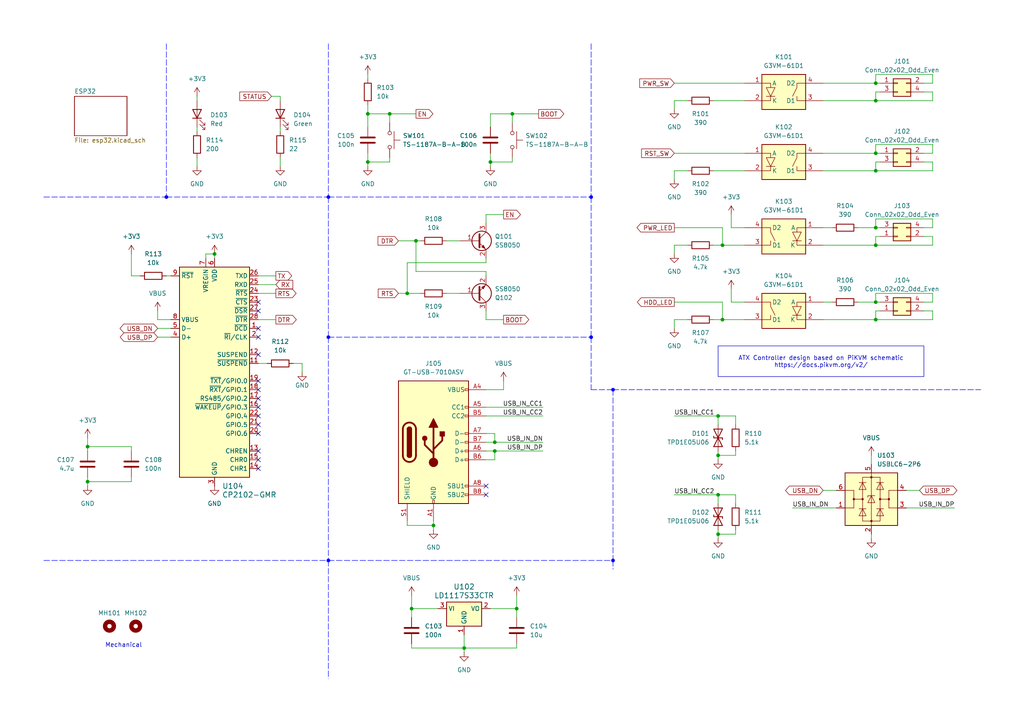
<source format=kicad_sch>
(kicad_sch (version 20230121) (generator eeschema)
  (paper "A4")
  (title_block (title "ESP32 ATX Power Controller") (date "2024-02-05") (rev "1.0.1"))
  (lib_symbols
    (symbol "Connector:USB_C_Receptacle_USB2.0" (pin_names (offset 1.016))
      (property "Reference" "J" (at -10.16 19.05 0))
      (property "Value" "USB_C_Receptacle_USB2.0" (at 19.05 19.05 0))
      (symbol "USB_C_Receptacle_USB2.0_1_1"
        (pin passive line (at 0 -22.86 90) (length 5.08) (name "GND") (number "A1"))
        (pin passive line (at 0 -22.86 90) (length 5.08) hide (name "GND") (number "A12"))
        (pin passive line (at 15.24 15.24 180) (length 5.08) (name "VBUS") (number "A4"))
        (pin bidirectional line (at 15.24 10.16 180) (length 5.08) (name "CC1") (number "A5"))
        (pin bidirectional line (at 15.24 -2.54 180) (length 5.08) (name "D+") (number "A6"))
        (pin bidirectional line (at 15.24 2.54 180) (length 5.08) (name "D-") (number "A7"))
        (pin bidirectional line (at 15.24 -12.7 180) (length 5.08) (name "SBU1") (number "A8"))
        (pin passive line (at 15.24 15.24 180) (length 5.08) hide (name "VBUS") (number "A9"))
        (pin passive line (at 0 -22.86 90) (length 5.08) hide (name "GND") (number "B1"))
        (pin passive line (at 0 -22.86 90) (length 5.08) hide (name "GND") (number "B12"))
        (pin passive line (at 15.24 15.24 180) (length 5.08) hide (name "VBUS") (number "B4"))
        (pin bidirectional line (at 15.24 7.62 180) (length 5.08) (name "CC2") (number "B5"))
        (pin bidirectional line (at 15.24 -5.08 180) (length 5.08) (name "D+") (number "B6"))
        (pin bidirectional line (at 15.24 0 180) (length 5.08) (name "D-") (number "B7"))
        (pin bidirectional line (at 15.24 -15.24 180) (length 5.08) (name "SBU2") (number "B8"))
        (pin passive line (at 15.24 15.24 180) (length 5.08) hide (name "VBUS") (number "B9"))
        (pin passive line (at -7.62 -22.86 90) (length 5.08) (name "SHIELD") (number "S1"))
      )
    )
    (symbol "Connector_Generic:Conn_02x02_Odd_Even" (pin_names (offset 1.016) hide)
      (property "Reference" "J" (at 1.27 2.54 0))
      (property "Value" "Conn_02x02_Odd_Even" (at 1.27 -5.08 0))
      (symbol "Conn_02x02_Odd_Even_1_1"
        (pin passive line (at -5.08 0 0) (length 3.81) (name "Pin_1") (number "1"))
        (pin passive line (at 7.62 0 180) (length 3.81) (name "Pin_2") (number "2"))
        (pin passive line (at -5.08 -2.54 0) (length 3.81) (name "Pin_3") (number "3"))
        (pin passive line (at 7.62 -2.54 180) (length 3.81) (name "Pin_4") (number "4"))
      )
    )
    (symbol "Device:C" (pin_numbers hide) (pin_names (offset 0.254))
      (property "Reference" "C" (at 0.635 2.54 0))
      (property "Value" "C" (at 0.635 -2.54 0))
      (symbol "C_1_1"
        (pin passive line (at 0 3.81 270) (length 2.794) (name "~") (number "1"))
        (pin passive line (at 0 -3.81 90) (length 2.794) (name "~") (number "2"))
      )
    )
    (symbol "Device:D_TVS" (pin_numbers hide) (pin_names (offset 1.016) hide)
      (property "Reference" "D" (at 0 2.54 0))
      (property "Value" "D_TVS" (at 0 -2.54 0))
      (symbol "D_TVS_1_1"
        (pin passive line (at -3.81 0 0) (length 2.54) (name "A1") (number "1"))
        (pin passive line (at 3.81 0 180) (length 2.54) (name "A2") (number "2"))
      )
    )
    (symbol "Device:LED" (pin_numbers hide) (pin_names (offset 1.016) hide)
      (property "Reference" "D" (at 0 2.54 0))
      (property "Value" "LED" (at 0 -2.54 0))
      (symbol "LED_1_1"
        (pin passive line (at -3.81 0 0) (length 2.54) (name "K") (number "1"))
        (pin passive line (at 3.81 0 180) (length 2.54) (name "A") (number "2"))
      )
    )
    (symbol "Device:Q_NPN_BEC" (pin_names (offset 0) hide)
      (property "Reference" "Q" (at 5.08 1.27 0))
      (property "Value" "Q_NPN_BEC" (at 5.08 -1.27 0))
      (symbol "Q_NPN_BEC_1_1"
        (pin input line (at -5.08 0 0) (length 5.715) (name "B") (number "1"))
        (pin passive line (at 2.54 -5.08 90) (length 2.54) (name "E") (number "2"))
        (pin passive line (at 2.54 5.08 270) (length 2.54) (name "C") (number "3"))
      )
    )
    (symbol "Device:R" (pin_numbers hide) (pin_names (offset 0))
      (property "Reference" "R" (at 2.032 0 90))
      (property "Value" "R" (at 0 0 90))
      (symbol "R_1_1"
        (pin passive line (at 0 3.81 270) (length 1.27) (name "~") (number "1"))
        (pin passive line (at 0 -3.81 90) (length 1.27) (name "~") (number "2"))
      )
    )
    (symbol "G3VM-61D1:G3VM-61D1"
      (property "Reference" "K" (at 0 -6.35 0))
      (property "Value" "G3VM-61D1" (at 0 -8.89 0))
      (symbol "G3VM-61D1_1_1"
        (pin passive line (at -5.08 2.54 0) (length 7.54) (name "A") (number "1"))
        (pin passive line (at -5.08 -2.54 0) (length 7.54) (name "K") (number "2"))
        (pin passive line (at 17.78 -2.54 180) (length 7.54) (name "D1") (number "3"))
        (pin passive line (at 17.78 2.54 180) (length 7.54) (name "D2") (number "4"))
      )
    )
    (symbol "Interface_USB:CP2102N-Axx-xQFN28"
      (property "Reference" "U" (at -8.89 31.75 0))
      (property "Value" "CP2102N-Axx-xQFN28" (at 12.7 31.75 0))
      (symbol "CP2102N-Axx-xQFN28_1_1"
        (pin input line (at 12.7 12.7 180) (length 2.54) (name "~{DCD}") (number "1"))
        (pin no_connect line (at -10.16 -27.94 0) (length 2.54) hide (name "NC") (number "10"))
        (pin output line (at 12.7 2.54 180) (length 2.54) (name "~{SUSPEND}") (number "11"))
        (pin output line (at 12.7 5.08 180) (length 2.54) (name "SUSPEND") (number "12"))
        (pin output line (at 12.7 -22.86 180) (length 2.54) (name "CHREN") (number "13"))
        (pin output line (at 12.7 -27.94 180) (length 2.54) (name "CHR1") (number "14"))
        (pin output line (at 12.7 -25.4 180) (length 2.54) (name "CHR0") (number "15"))
        (pin bidirectional line (at 12.7 -10.16 180) (length 2.54) (name "~{WAKEUP}/GPIO.3") (number "16"))
        (pin bidirectional line (at 12.7 -7.62 180) (length 2.54) (name "RS485/GPIO.2") (number "17"))
        (pin bidirectional line (at 12.7 -5.08 180) (length 2.54) (name "~{RXT}/GPIO.1") (number "18"))
        (pin bidirectional line (at 12.7 -2.54 180) (length 2.54) (name "~{TXT}/GPIO.0") (number "19"))
        (pin bidirectional line (at 12.7 10.16 180) (length 2.54) (name "~{RI}/CLK") (number "2"))
        (pin bidirectional line (at 12.7 -17.78 180) (length 2.54) (name "GPIO.6") (number "20"))
        (pin bidirectional line (at 12.7 -15.24 180) (length 2.54) (name "GPIO.5") (number "21"))
        (pin bidirectional line (at 12.7 -12.7 180) (length 2.54) (name "GPIO.4") (number "22"))
        (pin input line (at 12.7 20.32 180) (length 2.54) (name "~{CTS}") (number "23"))
        (pin output line (at 12.7 22.86 180) (length 2.54) (name "~{RTS}") (number "24"))
        (pin input line (at 12.7 25.4 180) (length 2.54) (name "RXD") (number "25"))
        (pin output line (at 12.7 27.94 180) (length 2.54) (name "TXD") (number "26"))
        (pin input line (at 12.7 17.78 180) (length 2.54) (name "~{DSR}") (number "27"))
        (pin output line (at 12.7 15.24 180) (length 2.54) (name "~{DTR}") (number "28"))
        (pin passive line (at 0 -33.02 90) (length 2.54) hide (name "GND") (number "29"))
        (pin power_in line (at 0 -33.02 90) (length 2.54) (name "GND") (number "3"))
        (pin bidirectional line (at -12.7 10.16 0) (length 2.54) (name "D+") (number "4"))
        (pin bidirectional line (at -12.7 12.7 0) (length 2.54) (name "D-") (number "5"))
        (pin power_in line (at 0 33.02 270) (length 2.54) (name "VDD") (number "6"))
        (pin power_in line (at -2.54 33.02 270) (length 2.54) (name "VREGIN") (number "7"))
        (pin input line (at -12.7 15.24 0) (length 2.54) (name "VBUS") (number "8"))
        (pin input line (at -12.7 27.94 0) (length 2.54) (name "~{RST}") (number "9"))
      )
    )
    (symbol "Mechanical:MountingHole" (pin_names (offset 1.016))
      (property "Reference" "H" (at 0 5.08 0))
      (property "Value" "MountingHole" (at 0 3.175 0))
    )
    (symbol "Power_Protection:USBLC6-2P6" (pin_names hide)
      (property "Reference" "U" (at 2.54 8.89 0))
      (property "Value" "USBLC6-2P6" (at 2.54 -8.89 0))
      (symbol "USBLC6-2P6_1_1"
        (pin passive line (at -10.16 -2.54 0) (length 2.54) (name "I/O1") (number "1"))
        (pin passive line (at 0 -10.16 90) (length 2.54) (name "GND") (number "2"))
        (pin passive line (at 10.16 -2.54 180) (length 2.54) (name "I/O2") (number "3"))
        (pin passive line (at 10.16 2.54 180) (length 2.54) (name "I/O2") (number "4"))
        (pin passive line (at 0 10.16 270) (length 2.54) (name "VBUS") (number "5"))
        (pin passive line (at -10.16 2.54 0) (length 2.54) (name "I/O1") (number "6"))
      )
    )
    (symbol "Regulator_Linear:LD1117S33TR_SOT223"
      (property "Reference" "U" (at -3.81 3.175 0))
      (property "Value" "LD1117S33TR_SOT223" (at 0 3.175 0))
      (symbol "LD1117S33TR_SOT223_1_1"
        (pin power_in line (at 0 -7.62 90) (length 2.54) (name "GND") (number "1"))
        (pin power_out line (at 7.62 0 180) (length 2.54) (name "VO") (number "2"))
        (pin power_in line (at -7.62 0 0) (length 2.54) (name "VI") (number "3"))
      )
    )
    (symbol "Switch:SW_Push" (pin_numbers hide) (pin_names (offset 1.016) hide)
      (property "Reference" "SW" (at 1.27 2.54 0))
      (property "Value" "SW_Push" (at 0 -1.524 0))
      (symbol "SW_Push_0_1"
        (pin passive line (at -5.08 0 0) (length 2.54) (name "1") (number "1"))
        (pin passive line (at 5.08 0 180) (length 2.54) (name "2") (number "2"))
      )
    )
    (symbol "power:+3V3" (power) (pin_names (offset 0))
      (property "Value" "+3V3" (at 0 3.556 0))
      (symbol "+3V3_1_1"
        (pin power_in line (at 0 0 90) (length 0) hide (name "+3V3") (number "1"))
      )
    )
    (symbol "power:GND" (power) (pin_names (offset 0))
      (property "Value" "GND" (at 0 -3.81 0))
      (symbol "GND_1_1"
        (pin power_in line (at 0 0 270) (length 0) hide (name "GND") (number "1"))
      )
    )
    (symbol "power:VBUS" (power) (pin_names (offset 0))
      (property "Value" "VBUS" (at 0 3.81 0))
      (symbol "VBUS_1_1"
        (pin power_in line (at 0 0 90) (length 0) hide (name "VBUS") (number "1"))
      )
    )
  )
  (junction (at 208.28 143.51))
  (junction (at 254 71.12))
  (junction (at 209.55 92.71))
  (junction (at 142.24 46.99))
  (junction (at 177.8 113.03) (color 0 0 255 1))
  (junction (at 254 92.71))
  (junction (at 125.73 152.4))
  (junction (at 171.45 97.79) (color 0 0 255 1))
  (junction (at 254 66.04))
  (junction (at 95.25 57.15) (color 0 0 255 1))
  (junction (at 208.28 154.94))
  (junction (at 25.4 129.54))
  (junction (at 143.51 130.81))
  (junction (at 25.4 139.7))
  (junction (at 48.26 57.15) (color 0 0 255 1))
  (junction (at 113.03 33.02))
  (junction (at 95.25 162.56) (color 0 0 255 1))
  (junction (at 95.25 97.79) (color 0 0 255 1))
  (junction (at 148.59 33.02))
  (junction (at 118.11 85.09))
  (junction (at 62.23 73.66))
  (junction (at 149.86 176.53))
  (junction (at 254 24.13))
  (junction (at 208.28 132.08))
  (junction (at 254 44.45))
  (junction (at 254 29.21))
  (junction (at 177.8 162.56) (color 0 0 255 1))
  (junction (at 119.38 176.53))
  (junction (at 120.65 69.85))
  (junction (at 209.55 71.12))
  (junction (at 208.28 120.65))
  (junction (at 171.45 57.15) (color 0 0 255 1))
  (junction (at 143.51 128.27))
  (junction (at 254 49.53))
  (junction (at 106.68 33.02))
  (junction (at 254 87.63))
  (junction (at 106.68 46.99))
  (junction (at 134.62 187.96))
  (no_connect (at 140.97 143.51))
  (no_connect (at 74.93 135.89))
  (no_connect (at 74.93 118.11))
  (no_connect (at 74.93 90.17))
  (no_connect (at 74.93 123.19))
  (no_connect (at 74.93 95.25))
  (no_connect (at 74.93 113.03))
  (no_connect (at 74.93 102.87))
  (no_connect (at 74.93 87.63))
  (no_connect (at 74.93 133.35))
  (no_connect (at 74.93 97.79))
  (no_connect (at 74.93 110.49))
  (no_connect (at 74.93 130.81))
  (no_connect (at 74.93 120.65))
  (no_connect (at 74.93 115.57))
  (no_connect (at 140.97 140.97))
  (no_connect (at 74.93 125.73))
  (wire (pts (xy 254 71.12) (xy 254 68.58)))
  (wire (pts (xy 195.58 92.71) (xy 199.39 92.71)))
  (wire (pts (xy 38.1 80.01) (xy 40.64 80.01)))
  (wire (pts (xy 195.58 87.63) (xy 209.55 87.63)))
  (wire (pts (xy 177.8 113.03) (xy 177.8 162.56)) (stroke (width 0) (type dash) (color 0 0 255 1)))
  (wire (pts (xy 171.45 57.15) (xy 171.45 97.79)) (stroke (width 0) (type dash) (color 0 0 255 1)))
  (wire (pts (xy 143.51 128.27) (xy 157.48 128.27)))
  (wire (pts (xy 171.45 97.79) (xy 171.45 113.03)) (stroke (width 0) (type dash) (color 0 0 255 1)))
  (wire (pts (xy 171.45 113.03) (xy 177.8 113.03)) (stroke (width 0) (type dash) (color 0 0 255 1)))
  (wire (pts (xy 12.7 57.15) (xy 48.26 57.15)) (stroke (width 0) (type dash) (color 0 0 255 1)))
  (wire (pts (xy 213.36 132.08) (xy 208.28 132.08)))
  (wire (pts (xy 119.38 176.53) (xy 127 176.53)))
  (wire (pts (xy 74.93 82.55) (xy 80.01 82.55)))
  (wire (pts (xy 270.51 41.91) (xy 254 41.91)))
  (wire (pts (xy 95.25 12.7) (xy 95.25 57.15)) (stroke (width 0) (type dash) (color 0 0 255 1)))
  (wire (pts (xy 57.15 45.72) (xy 57.15 48.26)))
  (wire (pts (xy 119.38 176.53) (xy 119.38 179.07)))
  (wire (pts (xy 74.93 105.41) (xy 77.47 105.41)))
  (wire (pts (xy 140.97 125.73) (xy 143.51 125.73)))
  (wire (pts (xy 267.97 68.58) (xy 270.51 68.58)))
  (wire (pts (xy 270.51 66.04) (xy 267.97 66.04)))
  (wire (pts (xy 106.68 46.99) (xy 106.68 48.26)))
  (wire (pts (xy 248.92 66.04) (xy 254 66.04)))
  (wire (pts (xy 25.4 139.7) (xy 25.4 140.97)))
  (wire (pts (xy 270.51 26.67) (xy 270.51 29.21)))
  (wire (pts (xy 57.15 36.83) (xy 57.15 38.1)))
  (wire (pts (xy 254 92.71) (xy 254 90.17)))
  (wire (pts (xy 74.93 92.71) (xy 80.01 92.71)))
  (wire (pts (xy 238.76 44.45) (xy 254 44.45)))
  (wire (pts (xy 195.58 49.53) (xy 199.39 49.53)))
  (wire (pts (xy 208.28 153.67) (xy 208.28 154.94)))
  (wire (pts (xy 25.4 127) (xy 25.4 129.54)))
  (wire (pts (xy 59.69 74.93) (xy 59.69 73.66)))
  (wire (pts (xy 38.1 138.43) (xy 38.1 139.7)))
  (wire (pts (xy 195.58 44.45) (xy 215.9 44.45)))
  (wire (pts (xy 81.28 36.83) (xy 81.28 38.1)))
  (wire (pts (xy 195.58 120.65) (xy 208.28 120.65)))
  (wire (pts (xy 270.51 68.58) (xy 270.51 71.12)))
  (wire (pts (xy 78.74 27.94) (xy 81.28 27.94)))
  (wire (pts (xy 238.76 49.53) (xy 254 49.53)))
  (wire (pts (xy 270.51 29.21) (xy 254 29.21)))
  (wire (pts (xy 38.1 73.66) (xy 38.1 80.01)))
  (wire (pts (xy 125.73 151.13) (xy 125.73 152.4)))
  (wire (pts (xy 119.38 187.96) (xy 134.62 187.96)))
  (wire (pts (xy 208.28 120.65) (xy 208.28 123.19)))
  (wire (pts (xy 12.7 162.56) (xy 95.25 162.56)) (stroke (width 0) (type dash) (color 0 0 255 1)))
  (wire (pts (xy 252.73 154.94) (xy 252.73 156.21)))
  (wire (pts (xy 267.97 46.99) (xy 270.51 46.99)))
  (wire (pts (xy 81.28 27.94) (xy 81.28 29.21)))
  (wire (pts (xy 142.24 176.53) (xy 149.86 176.53)))
  (wire (pts (xy 106.68 30.48) (xy 106.68 33.02)))
  (wire (pts (xy 254 41.91) (xy 254 44.45)))
  (wire (pts (xy 212.09 62.23) (xy 212.09 66.04)))
  (wire (pts (xy 195.58 49.53) (xy 195.58 52.07)))
  (wire (pts (xy 254 49.53) (xy 254 46.99)))
  (wire (pts (xy 212.09 83.82) (xy 212.09 87.63)))
  (wire (pts (xy 254 44.45) (xy 255.27 44.45)))
  (wire (pts (xy 140.97 133.35) (xy 143.51 133.35)))
  (wire (pts (xy 270.51 24.13) (xy 270.51 21.59)))
  (wire (pts (xy 270.51 87.63) (xy 270.51 85.09)))
  (wire (pts (xy 106.68 21.59) (xy 106.68 22.86)))
  (wire (pts (xy 118.11 151.13) (xy 118.11 152.4)))
  (wire (pts (xy 213.36 120.65) (xy 213.36 123.19)))
  (wire (pts (xy 25.4 129.54) (xy 38.1 129.54)))
  (wire (pts (xy 270.51 66.04) (xy 270.51 63.5)))
  (wire (pts (xy 254 66.04) (xy 255.27 66.04)))
  (wire (pts (xy 267.97 26.67) (xy 270.51 26.67)))
  (wire (pts (xy 213.36 153.67) (xy 213.36 154.94)))
  (wire (pts (xy 140.97 113.03) (xy 146.05 113.03)))
  (wire (pts (xy 113.03 33.02) (xy 113.03 35.56)))
  (wire (pts (xy 254 90.17) (xy 255.27 90.17)))
  (wire (pts (xy 238.76 66.04) (xy 241.3 66.04)))
  (wire (pts (xy 142.24 33.02) (xy 142.24 36.83)))
  (wire (pts (xy 148.59 45.72) (xy 148.59 46.99)))
  (wire (pts (xy 171.45 12.7) (xy 171.45 57.15)) (stroke (width 0) (type dash) (color 0 0 255 1)))
  (wire (pts (xy 207.01 71.12) (xy 209.55 71.12)))
  (wire (pts (xy 115.57 85.09) (xy 118.11 85.09)))
  (wire (pts (xy 213.36 143.51) (xy 213.36 146.05)))
  (wire (pts (xy 212.09 66.04) (xy 215.9 66.04)))
  (wire (pts (xy 254 21.59) (xy 254 24.13)))
  (wire (pts (xy 195.58 29.21) (xy 199.39 29.21)))
  (wire (pts (xy 195.58 71.12) (xy 195.58 73.66)))
  (wire (pts (xy 209.55 71.12) (xy 215.9 71.12)))
  (wire (pts (xy 140.97 76.2) (xy 118.11 76.2)))
  (wire (pts (xy 270.51 92.71) (xy 254 92.71)))
  (wire (pts (xy 113.03 33.02) (xy 120.65 33.02)))
  (wire (pts (xy 118.11 152.4) (xy 125.73 152.4)))
  (wire (pts (xy 270.51 90.17) (xy 270.51 92.71)))
  (wire (pts (xy 106.68 44.45) (xy 106.68 46.99)))
  (wire (pts (xy 270.51 46.99) (xy 270.51 49.53)))
  (wire (pts (xy 149.86 172.72) (xy 149.86 176.53)))
  (wire (pts (xy 270.51 87.63) (xy 267.97 87.63)))
  (wire (pts (xy 118.11 76.2) (xy 118.11 85.09)))
  (wire (pts (xy 140.97 128.27) (xy 143.51 128.27)))
  (wire (pts (xy 48.26 80.01) (xy 49.53 80.01)))
  (wire (pts (xy 209.55 92.71) (xy 215.9 92.71)))
  (wire (pts (xy 95.25 162.56) (xy 95.25 196.85)) (stroke (width 0) (type dash) (color 0 0 255 1)))
  (wire (pts (xy 38.1 129.54) (xy 38.1 130.81)))
  (wire (pts (xy 270.51 21.59) (xy 254 21.59)))
  (wire (pts (xy 74.93 85.09) (xy 80.01 85.09)))
  (wire (pts (xy 262.89 147.32) (xy 276.86 147.32)))
  (wire (pts (xy 270.51 49.53) (xy 254 49.53)))
  (wire (pts (xy 254 85.09) (xy 254 87.63)))
  (wire (pts (xy 208.28 154.94) (xy 208.28 156.21)))
  (wire (pts (xy 148.59 33.02) (xy 156.21 33.02)))
  (wire (pts (xy 195.58 95.25) (xy 195.58 92.71)))
  (wire (pts (xy 45.72 92.71) (xy 49.53 92.71)))
  (wire (pts (xy 270.51 85.09) (xy 254 85.09)))
  (wire (pts (xy 238.76 24.13) (xy 254 24.13)))
  (wire (pts (xy 120.65 69.85) (xy 121.92 69.85)))
  (wire (pts (xy 142.24 46.99) (xy 142.24 48.26)))
  (wire (pts (xy 106.68 33.02) (xy 113.03 33.02)))
  (wire (pts (xy 134.62 187.96) (xy 149.86 187.96)))
  (wire (pts (xy 142.24 44.45) (xy 142.24 46.99)))
  (wire (pts (xy 209.55 87.63) (xy 209.55 92.71)))
  (wire (pts (xy 195.58 29.21) (xy 195.58 31.75)))
  (wire (pts (xy 140.97 120.65) (xy 157.48 120.65)))
  (wire (pts (xy 238.76 92.71) (xy 254 92.71)))
  (wire (pts (xy 213.36 154.94) (xy 208.28 154.94)))
  (wire (pts (xy 215.9 87.63) (xy 212.09 87.63)))
  (wire (pts (xy 125.73 152.4) (xy 125.73 153.67)))
  (wire (pts (xy 118.11 85.09) (xy 121.92 85.09)))
  (wire (pts (xy 254 63.5) (xy 254 66.04)))
  (wire (pts (xy 74.93 80.01) (xy 80.01 80.01)))
  (wire (pts (xy 208.28 143.51) (xy 213.36 143.51)))
  (wire (pts (xy 267.97 24.13) (xy 270.51 24.13)))
  (wire (pts (xy 106.68 33.02) (xy 106.68 36.83)))
  (wire (pts (xy 146.05 113.03) (xy 146.05 110.49)))
  (wire (pts (xy 148.59 33.02) (xy 148.59 35.56)))
  (wire (pts (xy 143.51 130.81) (xy 143.51 133.35)))
  (wire (pts (xy 59.69 73.66) (xy 62.23 73.66)))
  (wire (pts (xy 149.86 176.53) (xy 149.86 179.07)))
  (wire (pts (xy 48.26 12.7) (xy 48.26 57.15)) (stroke (width 0) (type dash) (color 0 0 255 1)))
  (wire (pts (xy 134.62 184.15) (xy 134.62 187.96)))
  (wire (pts (xy 213.36 130.81) (xy 213.36 132.08)))
  (wire (pts (xy 25.4 138.43) (xy 25.4 139.7)))
  (wire (pts (xy 129.54 69.85) (xy 133.35 69.85)))
  (wire (pts (xy 267.97 44.45) (xy 270.51 44.45)))
  (wire (pts (xy 140.97 64.77) (xy 140.97 62.23)))
  (wire (pts (xy 48.26 57.15) (xy 95.25 57.15)) (stroke (width 0) (type dash) (color 0 0 255 1)))
  (wire (pts (xy 254 24.13) (xy 255.27 24.13)))
  (wire (pts (xy 254 68.58) (xy 255.27 68.58)))
  (wire (pts (xy 238.76 29.21) (xy 254 29.21)))
  (wire (pts (xy 195.58 143.51) (xy 208.28 143.51)))
  (wire (pts (xy 142.24 33.02) (xy 148.59 33.02)))
  (wire (pts (xy 238.76 87.63) (xy 241.3 87.63)))
  (wire (pts (xy 254 26.67) (xy 255.27 26.67)))
  (wire (pts (xy 254 29.21) (xy 254 26.67)))
  (wire (pts (xy 119.38 172.72) (xy 119.38 176.53)))
  (wire (pts (xy 113.03 45.72) (xy 113.03 46.99)))
  (wire (pts (xy 134.62 187.96) (xy 134.62 189.23)))
  (wire (pts (xy 177.8 113.03) (xy 284.48 113.03)) (stroke (width 0) (type dash) (color 0 0 255 1)))
  (wire (pts (xy 119.38 186.69) (xy 119.38 187.96)))
  (wire (pts (xy 81.28 45.72) (xy 81.28 48.26)))
  (wire (pts (xy 87.63 107.95) (xy 87.63 105.41)))
  (wire (pts (xy 140.97 78.74) (xy 120.65 78.74)))
  (wire (pts (xy 95.25 57.15) (xy 171.45 57.15)) (stroke (width 0) (type dash) (color 0 0 255 1)))
  (wire (pts (xy 140.97 118.11) (xy 157.48 118.11)))
  (wire (pts (xy 143.51 130.81) (xy 157.48 130.81)))
  (wire (pts (xy 45.72 95.25) (xy 49.53 95.25)))
  (wire (pts (xy 195.58 24.13) (xy 215.9 24.13)))
  (wire (pts (xy 238.76 71.12) (xy 254 71.12)))
  (wire (pts (xy 140.97 80.01) (xy 140.97 78.74)))
  (wire (pts (xy 25.4 139.7) (xy 38.1 139.7)))
  (wire (pts (xy 25.4 129.54) (xy 25.4 130.81)))
  (wire (pts (xy 208.28 132.08) (xy 208.28 133.35)))
  (wire (pts (xy 45.72 97.79) (xy 49.53 97.79)))
  (wire (pts (xy 229.87 147.32) (xy 242.57 147.32)))
  (wire (pts (xy 62.23 73.66) (xy 62.23 74.93)))
  (wire (pts (xy 270.51 44.45) (xy 270.51 41.91)))
  (wire (pts (xy 143.51 125.73) (xy 143.51 128.27)))
  (wire (pts (xy 140.97 130.81) (xy 143.51 130.81)))
  (wire (pts (xy 270.51 71.12) (xy 254 71.12)))
  (wire (pts (xy 267.97 90.17) (xy 270.51 90.17)))
  (wire (pts (xy 95.25 97.79) (xy 95.25 162.56)) (stroke (width 0) (type dash) (color 0 0 255 1)))
  (wire (pts (xy 254 87.63) (xy 255.27 87.63)))
  (wire (pts (xy 209.55 66.04) (xy 209.55 71.12)))
  (wire (pts (xy 208.28 143.51) (xy 208.28 146.05)))
  (wire (pts (xy 254 46.99) (xy 255.27 46.99)))
  (wire (pts (xy 87.63 105.41) (xy 85.09 105.41)))
  (wire (pts (xy 57.15 27.94) (xy 57.15 29.21)))
  (wire (pts (xy 106.68 46.99) (xy 113.03 46.99)))
  (wire (pts (xy 140.97 74.93) (xy 140.97 76.2)))
  (wire (pts (xy 129.54 85.09) (xy 133.35 85.09)))
  (wire (pts (xy 142.24 46.99) (xy 148.59 46.99)))
  (wire (pts (xy 140.97 62.23) (xy 146.05 62.23)))
  (wire (pts (xy 207.01 49.53) (xy 215.9 49.53)))
  (wire (pts (xy 248.92 87.63) (xy 254 87.63)))
  (wire (pts (xy 140.97 92.71) (xy 140.97 90.17)))
  (wire (pts (xy 149.86 186.69) (xy 149.86 187.96)))
  (wire (pts (xy 207.01 29.21) (xy 215.9 29.21)))
  (wire (pts (xy 115.57 69.85) (xy 120.65 69.85)))
  (wire (pts (xy 95.25 162.56) (xy 177.8 162.56)) (stroke (width 0) (type dash) (color 0 0 255 1)))
  (wire (pts (xy 177.8 162.56) (xy 177.8 165.1)) (stroke (width 0) (type dash) (color 0 0 255 1)))
  (wire (pts (xy 208.28 130.81) (xy 208.28 132.08)))
  (wire (pts (xy 199.39 71.12) (xy 195.58 71.12)))
  (wire (pts (xy 195.58 66.04) (xy 209.55 66.04)))
  (wire (pts (xy 45.72 90.17) (xy 45.72 92.71)))
  (wire (pts (xy 262.89 142.24) (xy 266.7 142.24)))
  (wire (pts (xy 254 63.5) (xy 270.51 63.5)))
  (wire (pts (xy 146.05 92.71) (xy 140.97 92.71)))
  (wire (pts (xy 95.25 57.15) (xy 95.25 97.79)) (stroke (width 0) (type dash) (color 0 0 255 1)))
  (wire (pts (xy 238.76 142.24) (xy 242.57 142.24)))
  (wire (pts (xy 252.73 132.08) (xy 252.73 134.62)))
  (wire (pts (xy 208.28 120.65) (xy 213.36 120.65)))
  (wire (pts (xy 95.25 97.79) (xy 171.45 97.79)) (stroke (width 0) (type dash) (color 0 0 255 1)))
  (wire (pts (xy 207.01 92.71) (xy 209.55 92.71)))
  (wire (pts (xy 120.65 78.74) (xy 120.65 69.85)))
  (text_box "ATX Controller design based on PiKVM schematic\nhttps://docs.pikvm.org/v2/" (at 208.28 100.33 0) (size 59.69 8.89) (effects (font (size 1.27 1.27))))
  (text "Mechanical" (at 30.48 187.96 0) (effects (font (size 1.27 1.27)) (justify left bottom)))
  (label "USB_IN_CC1" (at 195.58 120.65 0))
  (label "USB_IN_DN" (at 157.48 128.27 180))
  (label "USB_IN_CC1" (at 157.48 118.11 180))
  (label "USB_IN_DN" (at 229.87 147.32 0))
  (label "USB_IN_DP" (at 276.86 147.32 180))
  (label "USB_IN_CC2" (at 195.58 143.51 0))
  (label "USB_IN_CC2" (at 157.48 120.65 180))
  (label "USB_IN_DP" (at 157.48 130.81 180))
  (global_label "EN" (shape output) (at 120.65 33.02 0) (property "Intersheetrefs" "${INTERSHEET_REFS}" (effects hide)))
  (global_label "EN" (shape output) (at 146.05 62.23 0) (property "Intersheetrefs" "${INTERSHEET_REFS}" (effects hide)))
  (global_label "BOOT" (shape output) (at 146.05 92.71 0) (property "Intersheetrefs" "${INTERSHEET_REFS}" (effects hide)))
  (global_label "USB_DN" (shape bidirectional) (at 45.72 95.25 180) (property "Intersheetrefs" "${INTERSHEET_REFS}" (effects hide)))
  (global_label "TX" (shape output) (at 80.01 80.01 0) (property "Intersheetrefs" "${INTERSHEET_REFS}" (effects hide)))
  (global_label "PWR_SW" (shape input) (at 195.58 24.13 180) (property "Intersheetrefs" "${INTERSHEET_REFS}" (effects hide)))
  (global_label "STATUS" (shape input) (at 78.74 27.94 180) (property "Intersheetrefs" "${INTERSHEET_REFS}" (effects hide)))
  (global_label "RTS" (shape input) (at 115.57 85.09 180) (property "Intersheetrefs" "${INTERSHEET_REFS}" (effects hide)))
  (global_label "DTR" (shape input) (at 115.57 69.85 180) (property "Intersheetrefs" "${INTERSHEET_REFS}" (effects hide)))
  (global_label "DTR" (shape output) (at 80.01 92.71 0) (property "Intersheetrefs" "${INTERSHEET_REFS}" (effects hide)))
  (global_label "BOOT" (shape output) (at 156.21 33.02 0) (property "Intersheetrefs" "${INTERSHEET_REFS}" (effects hide)))
  (global_label "RX" (shape input) (at 80.01 82.55 0) (property "Intersheetrefs" "${INTERSHEET_REFS}" (effects hide)))
  (global_label "HDD_LED" (shape output) (at 195.58 87.63 180) (property "Intersheetrefs" "${INTERSHEET_REFS}" (effects hide)))
  (global_label "RTS" (shape output) (at 80.01 85.09 0) (property "Intersheetrefs" "${INTERSHEET_REFS}" (effects hide)))
  (global_label "PWR_LED" (shape output) (at 195.58 66.04 180) (property "Intersheetrefs" "${INTERSHEET_REFS}" (effects hide)))
  (global_label "USB_DN" (shape bidirectional) (at 238.76 142.24 180) (property "Intersheetrefs" "${INTERSHEET_REFS}" (effects hide)))
  (global_label "USB_DP" (shape bidirectional) (at 266.7 142.24 0) (property "Intersheetrefs" "${INTERSHEET_REFS}" (effects hide)))
  (global_label "USB_DP" (shape bidirectional) (at 45.72 97.79 180) (property "Intersheetrefs" "${INTERSHEET_REFS}" (effects hide)))
  (global_label "RST_SW" (shape input) (at 195.58 44.45 180) (property "Intersheetrefs" "${INTERSHEET_REFS}" (effects hide)))
  (symbol (lib_id "Connector_Generic:Conn_02x02_Odd_Even") (at 260.35 68.58 0) (mirror x) (unit 1)
    (property "Reference" "J103" (at 261.62 59.69 0))
    (property "Value" "Conn_02x02_Odd_Even" (at 261.62 62.23 0))
    (property "Footprint" "Connector_PinHeader_2.54mm:PinHeader_2x02_P2.54mm_Horizontal" (effects hide))
    (property "Datasheet" "https://datasheet.lcsc.com/lcsc/2201121730_DEALON-DZ254W-22-04-69_C2935934.pdf" (effects hide))
    (property "JLCPCB Part#" "C2935934" (effects hide))
    (property "Manufacturer" "DEALON" (effects hide))
    (property "MFR Part#" "DZ254W-22-04-69" (effects hide))
  )
  (symbol (lib_id "power:GND") (at 208.28 156.21 0) (unit 1)
    (property "Reference" "#PWR0127" (effects hide))
    (property "Value" "GND" (at 208.28 161.29 0))
  )
  (symbol (lib_id "Device:R") (at 81.28 41.91 180) (unit 1)
    (property "Reference" "R115" (at 83.82 40.64 0) (effects (justify right)))
    (property "Value" "22" (at 83.82 43.18 0) (effects (justify right)))
    (property "Footprint" "Resistor_SMD:R_0402_1005Metric" (effects hide))
    (property "Datasheet" "https://datasheet.lcsc.com/lcsc/2205311900_UNI-ROYAL-Uniroyal-Elec-0402WGF220JTCE_C25092.pdf" (effects hide))
    (property "JLCPCB Part#" "C25092" (effects hide))
    (property "Manufacturer" "UNI-ROYAL(Uniroyal Elec)" (effects hide))
    (property "MFR Part#" "0402WGF220JTCE" (effects hide))
  )
  (symbol (lib_id "Device:C") (at 142.24 40.64 0) (unit 1)
    (property "Reference" "C106" (at 138.43 39.37 0) (effects (justify right)))
    (property "Value" "100n" (at 138.43 41.91 0) (effects (justify right)))
    (property "Footprint" "Capacitor_SMD:C_0402_1005Metric" (effects hide))
    (property "Datasheet" "https://datasheet.lcsc.com/lcsc/2304140030_Samsung-Electro-Mechanics-CL05B104KO5NNNC_C1525.pdf" (effects hide))
    (property "JLCPCB Part#" "C1525" (effects hide))
    (property "Manufacturer" "Samsung Electro-Mechanics" (effects hide))
    (property "MFR Part#" "CL05B104KO5NNNC" (effects hide))
  )
  (symbol (lib_id "Device:C") (at 106.68 40.64 0) (unit 1)
    (property "Reference" "C105" (at 102.87 39.37 0) (effects (justify right)))
    (property "Value" "100n" (at 102.87 41.91 0) (effects (justify right)))
    (property "Footprint" "Capacitor_SMD:C_0402_1005Metric" (effects hide))
    (property "Datasheet" "https://datasheet.lcsc.com/lcsc/2304140030_Samsung-Electro-Mechanics-CL05B104KO5NNNC_C1525.pdf" (effects hide))
    (property "JLCPCB Part#" "C1525" (effects hide))
    (property "Manufacturer" "Samsung Electro-Mechanics" (effects hide))
    (property "MFR Part#" "CL05B104KO5NNNC" (effects hide))
  )
  (symbol (lib_id "power:VBUS") (at 252.73 132.08 0) (unit 1)
    (property "Reference" "#PWR0120" (effects hide))
    (property "Value" "VBUS" (at 252.73 127 0))
  )
  (symbol (lib_id "Interface_USB:CP2102N-Axx-xQFN28") (at 62.23 107.95 0) (unit 1)
    (property "Reference" "U104" (at 64.4241 140.97 0) (effects (font (size 1.524 1.524)) (justify left)))
    (property "Value" "CP2102-GMR" (at 64.4241 143.51 0) (effects (font (size 1.524 1.524)) (justify left)))
    (property "Footprint" "Package_DFN_QFN:QFN-28-1EP_5x5mm_P0.5mm_EP3.35x3.35mm" (effects hide))
    (property "Datasheet" "https://www.silabs.com/documents/public/data-sheets/CP2102-9.pdf" (effects hide))
    (property "Manufacturer" "Silicon Labs" (effects hide))
    (property "JLCPCB Part#" "C6568" (effects hide))
    (property "MFR Part#" "CP2102-GMR" (effects hide))
  )
  (symbol (lib_id "Connector:USB_C_Receptacle_USB2.0") (at 125.73 128.27 0) (unit 1)
    (property "Reference" "J105" (at 125.73 105.41 0))
    (property "Value" "GT-USB-7010ASV" (at 125.73 107.95 0))
    (property "Footprint" "Connector_USB:USB_C_Receptacle_G-Switch_GT-USB-7010ASV" (effects hide))
    (property "Datasheet" "https://datasheet.lcsc.com/lcsc/2303271630_G-Switch-GT-USB-7010ASV_C2988369.pdf" (effects hide))
    (property "JLCPCB Part#" "C2988369" (effects hide))
    (property "Manufacturer" "G-Switch" (effects hide))
    (property "MFR Part#" "GT-USB-7010ASV" (effects hide))
  )
  (symbol (lib_id "Device:R") (at 213.36 149.86 180) (unit 1)
    (property "Reference" "R111" (at 215.9 148.59 0) (effects (justify right)))
    (property "Value" "5.1k" (at 215.9 151.13 0) (effects (justify right)))
    (property "Footprint" "Resistor_SMD:R_0402_1005Metric" (effects hide))
    (property "Datasheet" "https://datasheet.lcsc.com/lcsc/2206010045_UNI-ROYAL-Uniroyal-Elec-0402WGF5101TCE_C25905.pdf" (effects hide))
    (property "JLCPCB Part#" "C25905" (effects hide))
    (property "Manufacturer" "UNI-ROYAL(Uniroyal Elec)" (effects hide))
    (property "MFR Part#" "0402WGF5101TCE" (effects hide))
  )
  (symbol (lib_id "Switch:SW_Push") (at 113.03 40.64 270) (unit 1)
    (property "Reference" "SW101" (at 116.84 39.37 90) (effects (justify left)))
    (property "Value" "TS-1187A-B-A-B" (at 116.84 41.91 90) (effects (justify left)))
    (property "Footprint" "Button_Switch_SMD:SW_Push_1P1T_XKB_TS-1187A" (effects hide))
    (property "Datasheet" "https://datasheet.lcsc.com/lcsc/2304140030_XKB-Connectivity-TS-1187A-B-A-B_C318884.pdf" (effects hide))
    (property "JLCPCB Part#" "C318884" (effects hide))
    (property "Manufacturer" "XKB Connectivity" (effects hide))
    (property "MFR Part#" "TS-1187A-B-A-B" (effects hide))
  )
  (symbol (lib_id "power:GND") (at 134.62 189.23 0) (unit 1)
    (property "Reference" "#PWR0109" (effects hide))
    (property "Value" "GND" (at 134.62 194.31 0))
  )
  (symbol (lib_id "power:+3V3") (at 62.23 73.66 0) (unit 1)
    (property "Reference" "#PWR0122" (effects hide))
    (property "Value" "+3V3" (at 62.23 68.58 0))
  )
  (symbol (lib_id "G3VM-61D1:G3VM-61D1") (at 233.68 68.58 0) (mirror y) (unit 1)
    (property "Reference" "K103" (at 227.33 58.42 0))
    (property "Value" "G3VM-61D1" (at 227.33 60.96 0))
    (property "Footprint" "Package_DIP:DIP-4_W8.89mm_SMDSocket_LongPads" (effects hide))
    (property "Datasheet" "https://www.omron.com/ecb/products/pdf/en-g3vm_61a1_d1.pdf" (effects hide))
    (property "Manufacturer" "Omron Electronics" (effects hide))
    (property "MFR Part#" "G3VM-61D1(TR)" (effects hide))
    (property "JLCPCB Part#" "C469131" (effects hide))
  )
  (symbol (lib_id "power:GND") (at 57.15 48.26 0) (unit 1)
    (property "Reference" "#PWR0107" (effects hide))
    (property "Value" "GND" (at 57.15 53.34 0))
  )
  (symbol (lib_id "Device:C") (at 25.4 134.62 0) (unit 1)
    (property "Reference" "C107" (at 21.59 133.35 0) (effects (justify right)))
    (property "Value" "4.7u" (at 21.59 135.89 0) (effects (justify right)))
    (property "Footprint" "Capacitor_SMD:C_0402_1005Metric" (effects hide))
    (property "Datasheet" "https://datasheet.lcsc.com/lcsc/2304140030_Samsung-Electro-Mechanics-CL05A475MP5NRNC_C23733.pdf" (effects hide))
    (property "JLCPCB Part#" "C23733" (effects hide))
    (property "Manufacturer" "Samsung Electro-Mechanics" (effects hide))
    (property "MFR Part#" "CL05A475MP5NRNC" (effects hide))
  )
  (symbol (lib_id "Power_Protection:USBLC6-2P6") (at 252.73 144.78 0) (unit 1)
    (property "Reference" "U103" (at 254.3811 132.08 0) (effects (justify left)))
    (property "Value" "USBLC6-2P6" (at 254.3811 134.62 0) (effects (justify left)))
    (property "Footprint" "Package_TO_SOT_SMD:SOT-666" (effects hide))
    (property "Datasheet" "https://www.st.com/resource/en/datasheet/usblc6-2.pdf" (effects hide))
    (property "JLCPCB Part#" "C15999" (effects hide))
    (property "Manufacturer" "STMicroelectronics" (effects hide))
    (property "MFR Part#" "USBLC6-2P6" (effects hide))
  )
  (symbol (lib_id "Device:R") (at 213.36 127 180) (unit 1)
    (property "Reference" "R110" (at 215.9 125.73 0) (effects (justify right)))
    (property "Value" "5.1k" (at 215.9 128.27 0) (effects (justify right)))
    (property "Footprint" "Resistor_SMD:R_0402_1005Metric" (effects hide))
    (property "Datasheet" "https://datasheet.lcsc.com/lcsc/2206010045_UNI-ROYAL-Uniroyal-Elec-0402WGF5101TCE_C25905.pdf" (effects hide))
    (property "JLCPCB Part#" "C25905" (effects hide))
    (property "Manufacturer" "UNI-ROYAL(Uniroyal Elec)" (effects hide))
    (property "MFR Part#" "0402WGF5101TCE" (effects hide))
  )
  (symbol (lib_id "Device:C") (at 38.1 134.62 0) (unit 1)
    (property "Reference" "C108" (at 41.91 133.35 0) (effects (justify left)))
    (property "Value" "100n" (at 41.91 135.89 0) (effects (justify left)))
    (property "Footprint" "Capacitor_SMD:C_0402_1005Metric" (effects hide))
    (property "Datasheet" "https://datasheet.lcsc.com/lcsc/2304140030_Samsung-Electro-Mechanics-CL05B104KO5NNNC_C1525.pdf" (effects hide))
    (property "JLCPCB Part#" "C1525" (effects hide))
    (property "Manufacturer" "Samsung Electro-Mechanics" (effects hide))
    (property "MFR Part#" "CL05B104KO5NNNC" (effects hide))
  )
  (symbol (lib_id "Device:R") (at 203.2 29.21 90) (unit 1)
    (property "Reference" "R101" (at 203.2 33.02 90))
    (property "Value" "390" (at 203.2 35.56 90))
    (property "Footprint" "Resistor_SMD:R_0603_1608Metric" (effects hide))
    (property "Datasheet" "https://datasheet.lcsc.com/lcsc/2206010116_UNI-ROYAL-Uniroyal-Elec-0603WAF3900T5E_C23151.pdf" (effects hide))
    (property "JLCPCB Part#" "C23151" (effects hide))
    (property "Manufacturer" "UNI-ROYAL(Uniroyal Elec)" (effects hide))
    (property "MFR Part#" "0603WAF3900T5E" (effects hide))
  )
  (symbol (lib_id "power:GND") (at 195.58 31.75 0) (unit 1)
    (property "Reference" "#PWR0106" (effects hide))
    (property "Value" "GND" (at 195.58 36.83 0))
  )
  (symbol (lib_id "Device:R") (at 203.2 49.53 90) (unit 1)
    (property "Reference" "R102" (at 203.2 53.34 90))
    (property "Value" "390" (at 203.2 55.88 90))
    (property "Footprint" "Resistor_SMD:R_0603_1608Metric" (effects hide))
    (property "Datasheet" "https://datasheet.lcsc.com/lcsc/2206010116_UNI-ROYAL-Uniroyal-Elec-0603WAF3900T5E_C23151.pdf" (effects hide))
    (property "JLCPCB Part#" "C23151" (effects hide))
    (property "Manufacturer" "UNI-ROYAL(Uniroyal Elec)" (effects hide))
    (property "MFR Part#" "0603WAF3900T5E" (effects hide))
  )
  (symbol (lib_id "power:GND") (at 208.28 133.35 0) (unit 1)
    (property "Reference" "#PWR0121" (effects hide))
    (property "Value" "GND" (at 208.28 138.43 0))
  )
  (symbol (lib_id "power:GND") (at 62.23 140.97 0) (unit 1)
    (property "Reference" "#PWR0131" (effects hide))
    (property "Value" "GND" (at 62.23 146.05 0))
  )
  (symbol (lib_id "Device:R") (at 203.2 71.12 90) (unit 1)
    (property "Reference" "R105" (at 203.2 74.93 90))
    (property "Value" "4.7k" (at 203.2 77.47 90))
    (property "Footprint" "Resistor_SMD:R_0402_1005Metric" (effects hide))
    (property "Datasheet" "https://datasheet.lcsc.com/lcsc/2206010045_UNI-ROYAL-Uniroyal-Elec-0402WGF4701TCE_C25900.pdf" (effects hide))
    (property "JLCPCB Part#" "C25900" (effects hide))
    (property "Manufacturer" "UNI-ROYAL(Uniroyal Elec)" (effects hide))
    (property "MFR Part#" "0402WGF4701TCE" (effects hide))
  )
  (symbol (lib_id "Device:Q_NPN_BEC") (at 138.43 85.09 0) (mirror x) (unit 1)
    (property "Reference" "Q102" (at 143.51 86.36 0) (effects (justify left)))
    (property "Value" "SS8050" (at 143.51 83.82 0) (effects (justify left)))
    (property "Footprint" "Package_TO_SOT_SMD:SOT-23" (effects hide))
    (property "Datasheet" "https://datasheet.lcsc.com/lcsc/2303221100_Jiangsu-Changjing-Electronics-Technology-Co---Ltd--SS8050_C2150.pdf" (effects hide))
    (property "JLCPCB Part#" "C2150" (effects hide))
    (property "Manufacturer" "Jiangsu Changjing Electronics Technology Co., Ltd." (effects hide))
    (property "MFR Part#" "SS8050" (effects hide))
  )
  (symbol (lib_id "power:GND") (at 195.58 95.25 0) (unit 1)
    (property "Reference" "#PWR0117" (effects hide))
    (property "Value" "GND" (at 195.58 100.33 0))
  )
  (symbol (lib_id "power:+3V3") (at 212.09 62.23 0) (unit 1)
    (property "Reference" "#PWR0112" (effects hide))
    (property "Value" "+3V3" (at 212.09 57.15 0))
  )
  (symbol (lib_id "power:VBUS") (at 45.72 90.17 0) (unit 1)
    (property "Reference" "#PWR0125" (effects hide))
    (property "Value" "VBUS" (at 45.72 85.09 0))
  )
  (symbol (lib_id "Device:R") (at 44.45 80.01 270) (unit 1)
    (property "Reference" "R113" (at 44.45 73.66 90))
    (property "Value" "10k" (at 44.45 76.2 90))
    (property "Footprint" "Resistor_SMD:R_0402_1005Metric" (effects hide))
    (property "Datasheet" "https://datasheet.lcsc.com/lcsc/2206010100_UNI-ROYAL-Uniroyal-Elec-0402WGF1002TCE_C25744.pdf" (effects hide))
    (property "JLCPCB Part#" "C25744" (effects hide))
    (property "Manufacturer" "UNI-ROYAL(Uniroyal Elec)" (effects hide))
    (property "MFR Part#" "0402WGF1002TCE" (effects hide))
  )
  (symbol (lib_id "power:+3V3") (at 212.09 83.82 0) (unit 1)
    (property "Reference" "#PWR0114" (effects hide))
    (property "Value" "+3V3" (at 212.09 78.74 0))
  )
  (symbol (lib_id "power:VBUS") (at 146.05 110.49 0) (unit 1)
    (property "Reference" "#PWR0123" (effects hide))
    (property "Value" "VBUS" (at 146.05 105.41 0))
  )
  (symbol (lib_id "Device:R") (at 203.2 92.71 90) (unit 1)
    (property "Reference" "R107" (at 203.2 96.52 90))
    (property "Value" "4.7k" (at 203.2 99.06 90))
    (property "Footprint" "Resistor_SMD:R_0402_1005Metric" (effects hide))
    (property "Datasheet" "https://datasheet.lcsc.com/lcsc/2206010045_UNI-ROYAL-Uniroyal-Elec-0402WGF4701TCE_C25900.pdf" (effects hide))
    (property "JLCPCB Part#" "C25900" (effects hide))
    (property "Manufacturer" "UNI-ROYAL(Uniroyal Elec)" (effects hide))
    (property "MFR Part#" "0402WGF4701TCE" (effects hide))
  )
  (symbol (lib_id "Mechanical:MountingHole") (at 31.75 181.61 0) (unit 1) (in_bom no)
    (property "Reference" "MH101" (at 31.75 177.8 0))
    (property "Footprint" "MountingHole:MountingHole_2.7mm_M2.5_ISO7380" (effects hide))
  )
  (symbol (lib_id "Device:LED") (at 81.28 33.02 90) (unit 1)
    (property "Reference" "D104" (at 85.09 33.3375 90) (effects (justify right)))
    (property "Value" "Green" (at 85.09 35.8775 90) (effects (justify right)))
    (property "Footprint" "LED_SMD:LED_0603_1608Metric" (effects hide))
    (property "Datasheet" "https://datasheet.lcsc.com/lcsc/1811101510_Everlight-Elec-19-217-GHC-YR1S2-3T_C72043.pdf" (effects hide))
    (property "JLCPCB Part#" "C72043" (effects hide))
    (property "Manufacturer" "Everlight Elec" (effects hide))
    (property "MFR Part#" "19-217/GHC-YR1S2/3T" (effects hide))
  )
  (symbol (lib_id "Connector_Generic:Conn_02x02_Odd_Even") (at 260.35 24.13 0) (unit 1)
    (property "Reference" "J101" (at 261.62 17.78 0))
    (property "Value" "Conn_02x02_Odd_Even" (at 261.62 20.32 0))
    (property "Footprint" "Connector_PinHeader_2.54mm:PinHeader_2x02_P2.54mm_Horizontal" (effects hide))
    (property "Datasheet" "https://datasheet.lcsc.com/lcsc/2201121730_DEALON-DZ254W-22-04-69_C2935934.pdf" (effects hide))
    (property "JLCPCB Part#" "C2935934" (effects hide))
    (property "Manufacturer" "DEALON" (effects hide))
    (property "MFR Part#" "DZ254W-22-04-69" (effects hide))
  )
  (symbol (lib_id "Device:R") (at 245.11 66.04 90) (unit 1)
    (property "Reference" "R104" (at 245.11 59.69 90))
    (property "Value" "390" (at 245.11 62.23 90))
    (property "Footprint" "Resistor_SMD:R_0603_1608Metric" (effects hide))
    (property "Datasheet" "https://datasheet.lcsc.com/lcsc/2206010116_UNI-ROYAL-Uniroyal-Elec-0603WAF3900T5E_C23151.pdf" (effects hide))
    (property "JLCPCB Part#" "C23151" (effects hide))
    (property "Manufacturer" "UNI-ROYAL(Uniroyal Elec)" (effects hide))
    (property "MFR Part#" "0603WAF3900T5E" (effects hide))
  )
  (symbol (lib_id "power:GND") (at 252.73 156.21 0) (unit 1)
    (property "Reference" "#PWR0128" (effects hide))
    (property "Value" "GND" (at 252.73 161.29 0))
  )
  (symbol (lib_id "Device:R") (at 245.11 87.63 90) (unit 1)
    (property "Reference" "R106" (at 245.11 81.28 90))
    (property "Value" "390" (at 245.11 83.82 90))
    (property "Footprint" "Resistor_SMD:R_0603_1608Metric" (effects hide))
    (property "Datasheet" "https://datasheet.lcsc.com/lcsc/2206010116_UNI-ROYAL-Uniroyal-Elec-0603WAF3900T5E_C23151.pdf" (effects hide))
    (property "JLCPCB Part#" "C23151" (effects hide))
    (property "Manufacturer" "UNI-ROYAL(Uniroyal Elec)" (effects hide))
    (property "MFR Part#" "0603WAF3900T5E" (effects hide))
  )
  (symbol (lib_id "power:GND") (at 125.73 153.67 0) (unit 1)
    (property "Reference" "#PWR0132" (effects hide))
    (property "Value" "GND" (at 125.73 158.75 0))
  )
  (symbol (lib_id "Device:R") (at 125.73 69.85 90) (unit 1)
    (property "Reference" "R108" (at 125.73 63.5 90))
    (property "Value" "10k" (at 125.73 66.04 90))
    (property "Footprint" "Resistor_SMD:R_0402_1005Metric" (effects hide))
    (property "Datasheet" "https://datasheet.lcsc.com/lcsc/2206010100_UNI-ROYAL-Uniroyal-Elec-0402WGF1002TCE_C25744.pdf" (effects hide))
    (property "JLCPCB Part#" "C25744" (effects hide))
    (property "Manufacturer" "UNI-ROYAL(Uniroyal Elec)" (effects hide))
    (property "MFR Part#" "0402WGF1002TCE" (effects hide))
  )
  (symbol (lib_id "Device:R") (at 125.73 85.09 90) (unit 1)
    (property "Reference" "R109" (at 125.73 88.9 90))
    (property "Value" "10k" (at 125.73 91.44 90))
    (property "Footprint" "Resistor_SMD:R_0402_1005Metric" (effects hide))
    (property "Datasheet" "https://datasheet.lcsc.com/lcsc/2206010100_UNI-ROYAL-Uniroyal-Elec-0402WGF1002TCE_C25744.pdf" (effects hide))
    (property "JLCPCB Part#" "C25744" (effects hide))
    (property "Manufacturer" "UNI-ROYAL(Uniroyal Elec)" (effects hide))
    (property "MFR Part#" "0402WGF1002TCE" (effects hide))
  )
  (symbol (lib_id "Device:Q_NPN_BEC") (at 138.43 69.85 0) (unit 1)
    (property "Reference" "Q101" (at 143.51 68.58 0) (effects (justify left)))
    (property "Value" "SS8050" (at 143.51 71.12 0) (effects (justify left)))
    (property "Footprint" "Package_TO_SOT_SMD:SOT-23" (effects hide))
    (property "Datasheet" "https://datasheet.lcsc.com/lcsc/2303221100_Jiangsu-Changjing-Electronics-Technology-Co---Ltd--SS8050_C2150.pdf" (effects hide))
    (property "JLCPCB Part#" "C2150" (effects hide))
    (property "Manufacturer" "Jiangsu Changjing Electronics Technology Co., Ltd." (effects hide))
    (property "MFR Part#" "SS8050" (effects hide))
  )
  (symbol (lib_id "power:GND") (at 142.24 48.26 0) (unit 1)
    (property "Reference" "#PWR0116" (effects hide))
    (property "Value" "GND" (at 142.24 53.34 0))
  )
  (symbol (lib_id "G3VM-61D1:G3VM-61D1") (at 220.98 46.99 0) (unit 1)
    (property "Reference" "K102" (at 227.33 36.83 0))
    (property "Value" "G3VM-61D1" (at 227.33 39.37 0))
    (property "Footprint" "Package_DIP:DIP-4_W8.89mm_SMDSocket_LongPads" (effects hide))
    (property "Datasheet" "https://www.omron.com/ecb/products/pdf/en-g3vm_61a1_d1.pdf" (effects hide))
    (property "Manufacturer" "Omron Electronics" (effects hide))
    (property "MFR Part#" "G3VM-61D1(TR)" (effects hide))
    (property "JLCPCB Part#" "C469131" (effects hide))
  )
  (symbol (lib_id "Device:R") (at 81.28 105.41 90) (unit 1)
    (property "Reference" "R112" (at 81.28 99.06 90))
    (property "Value" "10k" (at 81.28 101.6 90))
    (property "Footprint" "Resistor_SMD:R_0402_1005Metric" (effects hide))
    (property "Datasheet" "https://datasheet.lcsc.com/lcsc/2206010100_UNI-ROYAL-Uniroyal-Elec-0402WGF1002TCE_C25744.pdf" (effects hide))
    (property "JLCPCB Part#" "C25744" (effects hide))
    (property "Manufacturer" "UNI-ROYAL(Uniroyal Elec)" (effects hide))
    (property "MFR Part#" "0402WGF1002TCE" (effects hide))
  )
  (symbol (lib_id "power:GND") (at 81.28 48.26 0) (unit 1)
    (property "Reference" "#PWR0133" (effects hide))
    (property "Value" "GND" (at 81.28 53.34 0))
  )
  (symbol (lib_id "Regulator_Linear:LD1117S33TR_SOT223") (at 134.62 176.53 0) (unit 1)
    (property "Reference" "U102" (at 134.62 170.18 0) (effects (font (size 1.524 1.524))))
    (property "Value" "LD1117S33CTR" (at 134.62 172.72 0) (effects (font (size 1.524 1.524))))
    (property "Footprint" "Package_TO_SOT_SMD:SOT-223-3_TabPin2" (effects hide))
    (property "Datasheet" "http://www.st.com/content/ccc/resource/technical/document/datasheet/99/3b/7d/91/91/51/4b/be/CD00000544.pdf/files/CD00000544.pdf/jcr:content/translations/en.CD00000544.pdf" (effects hide))
    (property "Manufacturer" "STMicroelectronics" (effects hide))
    (property "JLCPCB Part#" "C35879" (effects hide))
    (property "MFR Part#" "LD1117S33CTR" (effects hide))
  )
  (symbol (lib_id "power:GND") (at 195.58 73.66 0) (unit 1)
    (property "Reference" "#PWR0113" (effects hide))
    (property "Value" "GND" (at 195.58 78.74 0))
  )
  (symbol (lib_id "Switch:SW_Push") (at 148.59 40.64 270) (unit 1)
    (property "Reference" "SW102" (at 152.4 39.37 90) (effects (justify left)))
    (property "Value" "TS-1187A-B-A-B" (at 152.4 41.91 90) (effects (justify left)))
    (property "Footprint" "Button_Switch_SMD:SW_Push_1P1T_XKB_TS-1187A" (effects hide))
    (property "Datasheet" "https://datasheet.lcsc.com/lcsc/2304140030_XKB-Connectivity-TS-1187A-B-A-B_C318884.pdf" (effects hide))
    (property "JLCPCB Part#" "C318884" (effects hide))
    (property "Manufacturer" "XKB Connectivity" (effects hide))
    (property "MFR Part#" "TS-1187A-B-A-B" (effects hide))
  )
  (symbol (lib_id "Device:D_TVS") (at 208.28 149.86 90) (unit 1)
    (property "Reference" "D102" (at 205.74 148.59 90) (effects (justify left)))
    (property "Value" "TPD1E05U06" (at 205.74 151.13 90) (effects (justify left)))
    (property "Footprint" "Package_SON:Texas_DPY0002A_0.6x1mm_P0.65mm" (effects hide))
    (property "Datasheet" "https://www.ti.com/lit/ds/symlink/tpd4e05u06.pdf" (effects hide))
    (property "JLCPCB Part#" "C436349" (effects hide))
    (property "Manufacturer" "Texas Instruments" (effects hide))
    (property "MFR Part#" "TPD1E05U06DPYR" (effects hide))
  )
  (symbol (lib_id "G3VM-61D1:G3VM-61D1") (at 220.98 26.67 0) (unit 1)
    (property "Reference" "K101" (at 227.33 16.51 0))
    (property "Value" "G3VM-61D1" (at 227.33 19.05 0))
    (property "Footprint" "Package_DIP:DIP-4_W8.89mm_SMDSocket_LongPads" (effects hide))
    (property "Datasheet" "https://www.omron.com/ecb/products/pdf/en-g3vm_61a1_d1.pdf" (effects hide))
    (property "Manufacturer" "Omron Electronics" (effects hide))
    (property "MFR Part#" "G3VM-61D1(TR)" (effects hide))
    (property "JLCPCB Part#" "C469131" (effects hide))
  )
  (symbol (lib_id "power:+3V3") (at 106.68 21.59 0) (unit 1)
    (property "Reference" "#PWR0111" (effects hide))
    (property "Value" "+3V3" (at 106.68 16.51 0))
  )
  (symbol (lib_id "power:GND") (at 195.58 52.07 0) (unit 1)
    (property "Reference" "#PWR0110" (effects hide))
    (property "Value" "GND" (at 195.58 57.15 0))
  )
  (symbol (lib_id "Device:LED") (at 57.15 33.02 90) (unit 1)
    (property "Reference" "D103" (at 60.96 33.3375 90) (effects (justify right)))
    (property "Value" "Red" (at 60.96 35.8775 90) (effects (justify right)))
    (property "Footprint" "LED_SMD:LED_0603_1608Metric" (effects hide))
    (property "Datasheet" "https://datasheet.lcsc.com/lcsc/1810231112_Hubei-KENTO-Elec-KT-0603R_C2286.pdf" (effects hide))
    (property "JLCPCB Part#" "C2286" (effects hide))
    (property "Manufacturer" "Hubei KENTO Elec" (effects hide))
    (property "MFR Part#" "KT-0603R" (effects hide))
  )
  (symbol (lib_id "Device:D_TVS") (at 208.28 127 90) (unit 1)
    (property "Reference" "D101" (at 205.74 125.73 90) (effects (justify left)))
    (property "Value" "TPD1E05U06" (at 205.74 128.27 90) (effects (justify left)))
    (property "Footprint" "Package_SON:Texas_DPY0002A_0.6x1mm_P0.65mm" (effects hide))
    (property "Datasheet" "https://www.ti.com/lit/ds/symlink/tpd4e05u06.pdf" (effects hide))
    (property "JLCPCB Part#" "C436349" (effects hide))
    (property "Manufacturer" "Texas Instruments" (effects hide))
    (property "MFR Part#" "TPD1E05U06DPYR" (effects hide))
  )
  (symbol (lib_id "power:+3V3") (at 57.15 27.94 0) (unit 1)
    (property "Reference" "#PWR0104" (effects hide))
    (property "Value" "+3V3" (at 57.15 22.86 0))
  )
  (symbol (lib_id "G3VM-61D1:G3VM-61D1") (at 233.68 90.17 0) (mirror y) (unit 1)
    (property "Reference" "K104" (at 227.33 80.01 0))
    (property "Value" "G3VM-61D1" (at 227.33 82.55 0))
    (property "Footprint" "Package_DIP:DIP-4_W8.89mm_SMDSocket_LongPads" (effects hide))
    (property "Datasheet" "https://www.omron.com/ecb/products/pdf/en-g3vm_61a1_d1.pdf" (effects hide))
    (property "Manufacturer" "Omron Electronics" (effects hide))
    (property "MFR Part#" "G3VM-61D1(TR)" (effects hide))
    (property "JLCPCB Part#" "C469131" (effects hide))
  )
  (symbol (lib_id "Device:R") (at 57.15 41.91 180) (unit 1)
    (property "Reference" "R114" (at 59.69 40.64 0) (effects (justify right)))
    (property "Value" "200" (at 59.69 43.18 0) (effects (justify right)))
    (property "Footprint" "Resistor_SMD:R_0402_1005Metric" (effects hide))
    (property "Datasheet" "https://datasheet.lcsc.com/lcsc/2205311900_UNI-ROYAL-Uniroyal-Elec-0402WGF2000TCE_C25087.pdf" (effects hide))
    (property "JLCPCB Part#" "C25087" (effects hide))
    (property "Manufacturer" "UNI-ROYAL(Uniroyal Elec)" (effects hide))
    (property "MFR Part#" "0402WGF2000TCE" (effects hide))
  )
  (symbol (lib_id "Mechanical:MountingHole") (at 39.37 181.61 0) (unit 1) (in_bom no)
    (property "Reference" "MH102" (at 39.37 177.8 0))
    (property "Footprint" "MountingHole:MountingHole_2.7mm_M2.5_ISO7380" (effects hide))
  )
  (symbol (lib_id "power:GND") (at 25.4 140.97 0) (unit 1)
    (property "Reference" "#PWR0130" (effects hide))
    (property "Value" "GND" (at 25.4 146.05 0))
  )
  (symbol (lib_id "Connector_Generic:Conn_02x02_Odd_Even") (at 260.35 90.17 0) (mirror x) (unit 1)
    (property "Reference" "J104" (at 261.62 81.28 0))
    (property "Value" "Conn_02x02_Odd_Even" (at 261.62 83.82 0))
    (property "Footprint" "Connector_PinHeader_2.54mm:PinHeader_2x02_P2.54mm_Horizontal" (effects hide))
    (property "Datasheet" "https://datasheet.lcsc.com/lcsc/2201121730_DEALON-DZ254W-22-04-69_C2935934.pdf" (effects hide))
    (property "JLCPCB Part#" "C2935934" (effects hide))
    (property "Manufacturer" "DEALON" (effects hide))
    (property "MFR Part#" "DZ254W-22-04-69" (effects hide))
  )
  (symbol (lib_id "Device:R") (at 106.68 26.67 180) (unit 1)
    (property "Reference" "R103" (at 109.22 25.4 0) (effects (justify right)))
    (property "Value" "10k" (at 109.22 27.94 0) (effects (justify right)))
    (property "Footprint" "Resistor_SMD:R_0402_1005Metric" (effects hide))
    (property "Datasheet" "https://datasheet.lcsc.com/lcsc/2206010100_UNI-ROYAL-Uniroyal-Elec-0402WGF1002TCE_C25744.pdf" (effects hide))
    (property "JLCPCB Part#" "C25744" (effects hide))
    (property "Manufacturer" "UNI-ROYAL(Uniroyal Elec)" (effects hide))
    (property "MFR Part#" "0402WGF1002TCE" (effects hide))
  )
  (symbol (lib_id "power:GND") (at 87.63 107.95 0) (unit 1)
    (property "Reference" "#PWR0126" (effects hide))
    (property "Value" "GND" (at 87.63 111.76 0))
  )
  (symbol (lib_id "power:+3V3") (at 25.4 127 0) (unit 1)
    (property "Reference" "#PWR0129" (effects hide))
    (property "Value" "+3V3" (at 25.4 121.92 0))
  )
  (symbol (lib_id "power:+3V3") (at 38.1 73.66 0) (unit 1)
    (property "Reference" "#PWR0124" (effects hide))
    (property "Value" "+3V3" (at 38.1 68.58 0))
  )
  (symbol (lib_id "Connector_Generic:Conn_02x02_Odd_Even") (at 260.35 44.45 0) (unit 1)
    (property "Reference" "J102" (at 261.62 38.1 0))
    (property "Value" "Conn_02x02_Odd_Even" (at 261.62 40.64 0))
    (property "Footprint" "Connector_PinHeader_2.54mm:PinHeader_2x02_P2.54mm_Horizontal" (effects hide))
    (property "Datasheet" "https://datasheet.lcsc.com/lcsc/2201121730_DEALON-DZ254W-22-04-69_C2935934.pdf" (effects hide))
    (property "JLCPCB Part#" "C2935934" (effects hide))
    (property "Manufacturer" "DEALON" (effects hide))
    (property "MFR Part#" "DZ254W-22-04-69" (effects hide))
  )
  (symbol (lib_id "power:+3V3") (at 149.86 172.72 0) (unit 1)
    (property "Reference" "#PWR0103" (effects hide))
    (property "Value" "+3V3" (at 149.86 167.64 0))
  )
  (symbol (lib_id "Device:C") (at 149.86 182.88 0) (unit 1)
    (property "Reference" "C104" (at 153.67 181.61 0) (effects (justify left)))
    (property "Value" "10u" (at 153.67 184.15 0) (effects (justify left)))
    (property "Footprint" "Capacitor_SMD:C_0402_1005Metric" (effects hide))
    (property "Datasheet" "https://datasheet.lcsc.com/lcsc/2208231630_Samsung-Electro-Mechanics-CL05A106MQ5NUNC_C15525.pdf" (effects hide))
    (property "JLCPCB Part#" "C15525" (effects hide))
    (property "Manufacturer" "Samsung Electro-Mechanics" (effects hide))
    (property "MFR Part#" "CL05A106MQ5NUNC" (effects hide))
  )
  (symbol (lib_id "power:GND") (at 106.68 48.26 0) (unit 1)
    (property "Reference" "#PWR0115" (effects hide))
    (property "Value" "GND" (at 106.68 53.34 0))
  )
  (symbol (lib_id "Device:C") (at 119.38 182.88 0) (unit 1)
    (property "Reference" "C103" (at 123.19 181.61 0) (effects (justify left)))
    (property "Value" "100n" (at 123.19 184.15 0) (effects (justify left)))
    (property "Footprint" "Capacitor_SMD:C_0402_1005Metric" (effects hide))
    (property "Datasheet" "https://datasheet.lcsc.com/lcsc/2304140030_Samsung-Electro-Mechanics-CL05B104KO5NNNC_C1525.pdf" (effects hide))
    (property "JLCPCB Part#" "C1525" (effects hide))
    (property "Manufacturer" "Samsung Electro-Mechanics" (effects hide))
    (property "MFR Part#" "CL05B104KO5NNNC" (effects hide))
  )
  (symbol (lib_id "power:VBUS") (at 119.38 172.72 0) (unit 1)
    (property "Reference" "#PWR0102" (effects hide))
    (property "Value" "VBUS" (at 119.38 167.64 0))
  )
  (sheet (at 21.59 27.94) (size 15.24 11.43) (stroke (width 0.1524))
    (property "Sheetname" "ESP32" (at 21.59 27.2284 0) (effects (justify left bottom)))
    (property "Sheetfile" "esp32.kicad_sch" (at 21.59 39.9546 0) (effects (justify left top)))
  )
)
</source>
